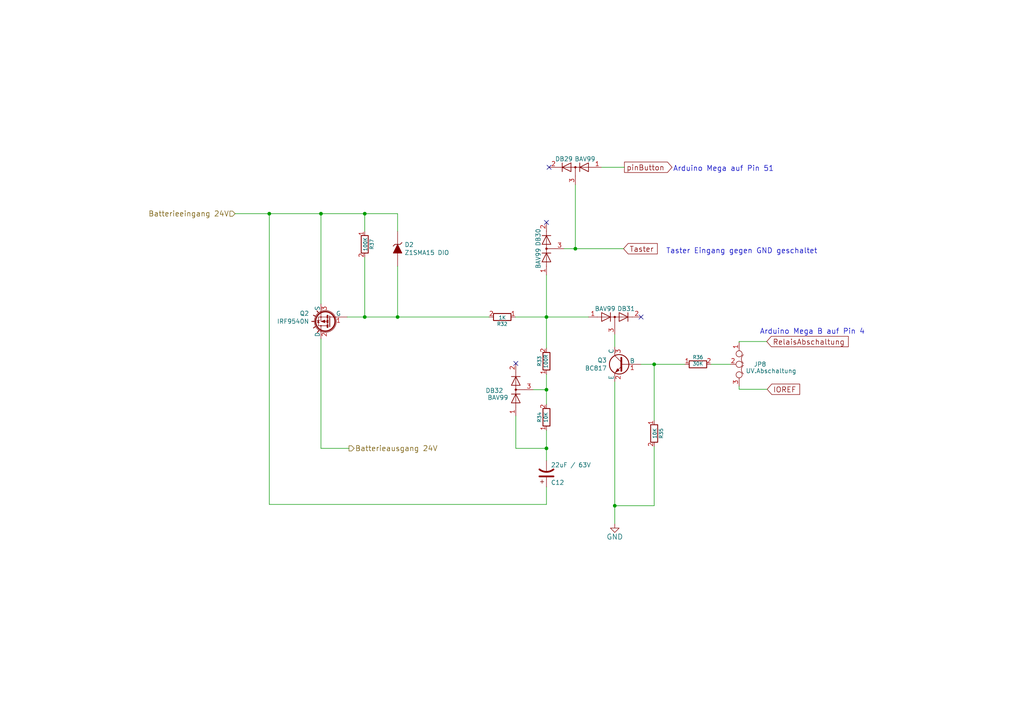
<source format=kicad_sch>
(kicad_sch (version 20220126) (generator eeschema)
  (paper "A4")
  (title_block (title "Ardumower shield SVN Version") (date "2021-01-18") (rev "1.4") (company "ML AG JL BS UZ") (comment 1 "Schaltplan und Layout UweZ"))
  (lib_symbols
    (symbol "Diode:BAV99" (pin_names hide)
      (property "Reference" "D" (at 0 5.08 0))
      (property "Value" "BAV99" (at 0 2.54 0))
      (symbol "BAV99_0_1"
        (polyline (pts (xy -5.08 0) (xy 5.08 0)))
      )
      (symbol "BAV99_1_1"
        (polyline (pts (xy 0 0) (xy 0 -2.54)))
        (polyline (pts (xy -1.27 -1.27) (xy -1.27 1.27) (xy -1.27 1.27)) (stroke (width 0.2032)))
        (polyline (pts (xy 3.81 1.27) (xy 3.81 -1.27) (xy 3.81 -1.27)) (stroke (width 0.2032)))
        (polyline (pts (xy -3.81 1.27) (xy -1.27 0) (xy -3.81 -1.27) (xy -3.81 1.27) (xy -3.81 1.27) (xy -3.81 1.27)) (stroke (width 0.2032)))
        (polyline (pts (xy 1.27 1.27) (xy 3.81 0) (xy 1.27 -1.27) (xy 1.27 1.27) (xy 1.27 1.27) (xy 1.27 1.27)) (stroke (width 0.2032)))
        (circle (center 0 0) (radius 0.254) (fill (type outline)))
        (pin passive line (at -7.62 0 0) (length 2.54) (name "K") (number "1"))
        (pin passive line (at 7.62 0 180) (length 2.54) (name "A") (number "2"))
        (pin passive line (at 0 -5.08 90) (length 2.54) (name "K") (number "3"))
      )
    )
    (symbol "ardumower-mega-shield-svn-rescue:BC817-40-RESCUE-ardumower_mega_shield_svn" (pin_names (offset 0))
      (property "Reference" "Q" (at 5.08 1.905 0))
      (property "Value" "BC817-40-RESCUE-ardumower_mega_shield_svn" (at 5.08 0 0))
      (symbol "BC817-40-RESCUE-ardumower_mega_shield_svn_0_1"
        (polyline (pts (xy 0 0) (xy 0.635 0)))
        (polyline (pts (xy 2.54 2.54) (xy 0.635 0.635)))
        (polyline (pts (xy 0.635 -0.635) (xy 2.54 -2.54) (xy 2.54 -2.54)))
        (polyline (pts (xy 0.635 1.905) (xy 0.635 -1.905) (xy 0.635 -1.905)) (stroke (width 0.508)))
        (polyline (pts (xy 1.27 -1.778) (xy 1.778 -1.27) (xy 2.286 -2.286) (xy 1.27 -1.778) (xy 1.27 -1.778)) (fill (type outline)))
        (circle (center 1.27 0) (radius 2.8194) (stroke (width 0.254)))
      )
      (symbol "BC817-40-RESCUE-ardumower_mega_shield_svn_1_1"
        (pin input line (at -5.08 0 0) (length 5.08) (name "B") (number "1"))
        (pin passive line (at 2.54 -5.08 90) (length 2.54) (name "E") (number "2"))
        (pin passive line (at 2.54 5.08 270) (length 2.54) (name "C") (number "3"))
      )
    )
    (symbol "ardumower-mega-shield-svn-rescue:CP1-RESCUE-ardumower_mega_shield_svn" (pin_numbers hide) (pin_names (offset 0.254) hide)
      (property "Reference" "C" (at 0.635 2.54 0))
      (property "Value" "CP1-RESCUE-ardumower_mega_shield_svn" (at 0.635 -2.54 0))
      (symbol "CP1-RESCUE-ardumower_mega_shield_svn_0_1"
        (polyline (pts (xy -2.032 0.762) (xy 2.032 0.762)) (stroke (width 0.508)))
        (polyline (pts (xy -1.778 2.286) (xy -0.762 2.286)))
        (polyline (pts (xy -1.27 1.778) (xy -1.27 2.794)))
        (arc (start 2.032 -1.27) (mid 0 -0.5572) (end -2.032 -1.27) (stroke (width 0.508)))
      )
      (symbol "CP1-RESCUE-ardumower_mega_shield_svn_1_1"
        (pin passive line (at 0 3.81 270) (length 2.794) (name "~") (number "1"))
        (pin passive line (at 0 -3.81 90) (length 3.302) (name "~") (number "2"))
      )
    )
    (symbol "ardumower-mega-shield-svn-rescue:GND-RESCUE-ardumower_mega_shield_svn" (power) (pin_names (offset 0))
      (property "Value" "GND-RESCUE-ardumower_mega_shield_svn" (at 0 -3.81 0))
      (symbol "GND-RESCUE-ardumower_mega_shield_svn_0_1"
        (polyline (pts (xy 0 0) (xy 0 -1.27) (xy 1.27 -1.27) (xy 0 -2.54) (xy -1.27 -1.27) (xy 0 -1.27)))
      )
      (symbol "GND-RESCUE-ardumower_mega_shield_svn_1_1"
        (pin power_in line (at 0 0 270) (length 0) hide (name "GND") (number "1"))
      )
    )
    (symbol "ardumower-mega-shield-svn-rescue:IRF9540N-RESCUE-ardumower_mega_shield_svn" (pin_names (offset 0))
      (property "Reference" "Q" (at 6.35 1.905 0))
      (property "Value" "IRF9540N-RESCUE-ardumower_mega_shield_svn" (at 6.35 0 0))
      (symbol "IRF9540N-RESCUE-ardumower_mega_shield_svn_0_1"
        (polyline (pts (xy 0.635 -1.016) (xy 0.635 -1.651)) (stroke (width 0.508)))
        (polyline (pts (xy 0.635 0.381) (xy 0.635 -0.381)) (stroke (width 0.508)))
        (polyline (pts (xy 0.635 1.651) (xy 0.635 1.016)) (stroke (width 0.508)))
        (polyline (pts (xy 3.048 -0.254) (xy 2.921 -0.381)))
        (polyline (pts (xy 3.175 2.667) (xy 3.556 3.175)) (stroke (width 0.254)))
        (polyline (pts (xy 3.302 -2.54) (xy 3.683 -3.048)) (stroke (width 0.254)))
        (polyline (pts (xy 3.556 -0.254) (xy 3.048 -0.254)))
        (polyline (pts (xy 3.556 -0.254) (xy 3.683 -0.127)))
        (polyline (pts (xy 4.191 -1.524) (xy 4.699 -1.778)) (stroke (width 0.254)))
        (polyline (pts (xy 4.191 1.524) (xy 4.699 1.905)) (stroke (width 0.254)))
        (polyline (pts (xy 4.445 0) (xy 5.207 0)) (stroke (width 0.254)))
        (polyline (pts (xy 0 1.524) (xy 0 -1.524) (xy 0 -1.524)) (stroke (width 0.254)))
        (polyline (pts (xy 0.762 -1.27) (xy 2.54 -1.27) (xy 2.54 -2.54) (xy 2.54 -2.54)))
        (polyline (pts (xy 0.762 0) (xy 2.54 0) (xy 2.54 -1.27) (xy 2.54 -1.27)))
        (polyline (pts (xy 0.762 1.27) (xy 2.54 1.27) (xy 2.54 2.54) (xy 2.54 2.54)))
        (polyline (pts (xy 1.397 0.381) (xy 1.397 -0.381) (xy 2.413 0) (xy 1.397 0.381)) (fill (type outline)))
        (polyline (pts (xy 2.54 1.27) (xy 3.302 1.27) (xy 3.302 -1.27) (xy 2.54 -1.27)))
        (polyline (pts (xy 3.302 -0.254) (xy 3.556 0.381) (xy 3.048 0.381) (xy 3.302 -0.254)) (fill (type outline)))
        (circle (center 1.27 0) (radius 2.8194) (stroke (width 0.3556)))
        (circle (center 1.27 0) (radius 3.175))
        (circle (center 2.54 -1.27) (radius 0.127))
        (circle (center 2.54 1.27) (radius 0.127))
      )
      (symbol "IRF9540N-RESCUE-ardumower_mega_shield_svn_1_1"
        (pin input line (at -5.08 -1.27 0) (length 5.08) (name "G") (number "1"))
        (pin passive line (at 2.54 5.08 270) (length 2.54) (name "D") (number "2"))
        (pin passive line (at 2.54 -5.08 90) (length 2.54) (name "S") (number "3"))
      )
    )
    (symbol "ardumower-mega-shield-svn-rescue:Jumper_NC_Dual-RESCUE-ardumower_mega_shield_svn" (pin_names (offset 0.762) hide)
      (property "Reference" "JP" (at 1.27 -2.54 0))
      (property "Value" "Jumper_NC_Dual-RESCUE-ardumower_mega_shield_svn" (at 0 2.54 0))
      (symbol "Jumper_NC_Dual-RESCUE-ardumower_mega_shield_svn_0_1"
        (circle (center -3.048 0) (radius 0.889))
        (arc (start -2.794 1.27) (mid -1.524 -1.3724) (end -0.254 1.27))
        (circle (center 0 0) (radius 0.9144))
        (arc (start 0.254 1.27) (mid 1.524 -1.3724) (end 2.794 1.27))
        (circle (center 3.048 0) (radius 0.889))
        (pin passive line (at -6.35 0 0) (length 2.413) (name "1") (number "1"))
        (pin passive line (at 0 -2.54 90) (length 1.524) (name "2") (number "2"))
        (pin passive line (at 6.35 0 180) (length 2.413) (name "3") (number "3"))
      )
    )
    (symbol "ardumower-mega-shield-svn-rescue:R-RESCUE-ardumower_mega_shield_svn" (pin_names (offset 0))
      (property "Reference" "R" (at 2.032 0 90))
      (property "Value" "R-RESCUE-ardumower_mega_shield_svn" (at 0 0 90))
      (symbol "R-RESCUE-ardumower_mega_shield_svn_0_1"
        (rectangle (start -1.016 -2.54) (end 1.016 2.54) (stroke (width 0.254)))
      )
      (symbol "R-RESCUE-ardumower_mega_shield_svn_1_1"
        (pin passive line (at 0 3.81 270) (length 1.27) (name "~") (number "1"))
        (pin passive line (at 0 -3.81 90) (length 1.27) (name "~") (number "2"))
      )
    )
    (symbol "ardumower-mega-shield-svn-rescue:ZENER-RESCUE-ardumower_mega_shield_svn" (pin_numbers hide) (pin_names hide)
      (property "Reference" "D" (at 0 2.54 0))
      (property "Value" "ZENER-RESCUE-ardumower_mega_shield_svn" (at 0 -2.54 0))
      (symbol "ZENER-RESCUE-ardumower_mega_shield_svn_0_1"
        (polyline (pts (xy -1.778 1.27) (xy -1.27 0.762) (xy -1.27 -0.762) (xy -0.762 -1.27) (xy -0.762 -1.27)) (stroke (width 0.2032)))
        (polyline (pts (xy -1.27 0) (xy 1.27 1.27) (xy 1.27 -1.27) (xy -1.27 0) (xy -1.27 0)) (fill (type outline)))
      )
      (symbol "ZENER-RESCUE-ardumower_mega_shield_svn_1_1"
        (pin passive line (at -5.08 0 0) (length 3.81) (name "K") (number "1"))
        (pin passive line (at 5.08 0 180) (length 3.81) (name "A") (number "2"))
      )
    )
  )
  (junction (at 158.496 113.03) (diameter 0.9144))
  (junction (at 178.308 146.685) (diameter 0.9144))
  (junction (at 166.878 72.136) (diameter 0.9144))
  (junction (at 115.316 91.948) (diameter 0.9144))
  (junction (at 158.496 130.048) (diameter 0.9144))
  (junction (at 105.791 91.948) (diameter 0.9144))
  (junction (at 105.791 61.976) (diameter 0.9144))
  (junction (at 93.091 61.976) (diameter 0.9144))
  (junction (at 158.496 91.948) (diameter 0.9144))
  (junction (at 189.738 105.664) (diameter 0.9144))
  (junction (at 78.105 61.976) (diameter 0.9144))
  (no_connect (at 158.496 64.516))
  (no_connect (at 159.258 48.514))
  (no_connect (at 149.606 105.41))
  (no_connect (at 185.928 91.948))
  (wire (pts (xy 158.496 91.948) (xy 158.496 100.965)))
  (wire (pts (xy 78.105 146.304) (xy 78.105 61.976)))
  (wire (pts (xy 214.376 112.903) (xy 214.376 112.014)))
  (wire (pts (xy 149.606 130.048) (xy 158.496 130.048)))
  (wire (pts (xy 93.091 130.048) (xy 101.219 130.048)))
  (wire (pts (xy 158.496 113.03) (xy 158.496 117.221)))
  (wire (pts (xy 189.738 129.54) (xy 189.738 146.685)))
  (wire (pts (xy 93.091 61.976) (xy 105.791 61.976)))
  (wire (pts (xy 105.791 74.676) (xy 105.791 91.948)))
  (wire (pts (xy 214.376 99.06) (xy 214.376 99.314)))
  (wire (pts (xy 206.248 105.664) (xy 211.836 105.664)))
  (wire (pts (xy 105.791 61.976) (xy 115.316 61.976)))
  (wire (pts (xy 158.496 124.841) (xy 158.496 130.048)))
  (wire (pts (xy 154.686 113.03) (xy 158.496 113.03)))
  (wire (pts (xy 158.496 79.756) (xy 158.496 91.948)))
  (wire (pts (xy 158.496 108.585) (xy 158.496 113.03)))
  (wire (pts (xy 149.606 120.65) (xy 149.606 130.048)))
  (wire (pts (xy 178.308 110.744) (xy 178.308 146.685)))
  (wire (pts (xy 174.498 48.514) (xy 181.102 48.514)))
  (wire (pts (xy 105.791 91.948) (xy 115.316 91.948)))
  (wire (pts (xy 68.199 61.976) (xy 78.105 61.976)))
  (wire (pts (xy 115.316 61.976) (xy 115.316 67.056)))
  (wire (pts (xy 178.308 146.685) (xy 178.308 151.892)))
  (wire (pts (xy 163.576 72.136) (xy 166.878 72.136)))
  (wire (pts (xy 115.316 91.948) (xy 141.859 91.948)))
  (wire (pts (xy 158.496 146.304) (xy 158.496 141.224)))
  (wire (pts (xy 158.496 91.948) (xy 170.688 91.948)))
  (wire (pts (xy 93.091 61.976) (xy 93.091 88.138)))
  (wire (pts (xy 185.928 105.664) (xy 189.738 105.664)))
  (wire (pts (xy 178.308 146.685) (xy 189.738 146.685)))
  (wire (pts (xy 166.878 53.594) (xy 166.878 72.136)))
  (wire (pts (xy 115.316 77.216) (xy 115.316 91.948)))
  (wire (pts (xy 78.105 146.304) (xy 158.496 146.304)))
  (wire (pts (xy 189.738 105.664) (xy 198.628 105.664)))
  (wire (pts (xy 222.504 112.903) (xy 214.376 112.903)))
  (wire (pts (xy 149.479 91.948) (xy 158.496 91.948)))
  (wire (pts (xy 158.496 130.048) (xy 158.496 133.604)))
  (wire (pts (xy 105.791 61.976) (xy 105.791 67.056)))
  (wire (pts (xy 93.091 98.298) (xy 93.091 130.048)))
  (wire (pts (xy 100.711 91.948) (xy 105.791 91.948)))
  (wire (pts (xy 178.308 97.028) (xy 178.308 100.584)))
  (wire (pts (xy 78.105 61.976) (xy 93.091 61.976)))
  (wire (pts (xy 222.377 99.06) (xy 214.376 99.06)))
  (wire (pts (xy 189.738 105.664) (xy 189.738 121.92)))
  (wire (pts (xy 166.878 72.136) (xy 180.848 72.136)))
  (image (at 451.231 104.521) (scale 3))
  (text "Arduino Mega B auf Pin 4" (at 220.345 97.155 0) (effects (font (size 1.524 1.524)) (justify left bottom)))
  (text "Arduino Mega auf Pin 51" (at 195.199 49.911 0) (effects (font (size 1.524 1.524)) (justify left bottom)))
  (text "1x IRF9540N  P-MOSFET   T1   (or IRF5210)\n1x BC337 NPN   T2\n1x Zener Diode 15V ZD15  Z1\n2x Diode 1N4148 D2, D3\n2x Diode 1N5819 50V D1, D4\n1x 22 uF C1\n1x 1k R4\n2x 10k (R3, R8)\n1x 30k R6\n2x 100k  (R2, R7)" (at 322.58 21.463 0) (effects (font (size 1.524 1.524)) (justify left bottom)))
  (text "vielleicht schreibst du noch bei was die teilschaltungen machen sollen\n[00:05:52] Alexander Grau: zener diode z.b. soll Ugs auf -15 volt begrenzen\n[00:06:31] Alexander Grau: C9 und D13 sollen über R31, R30 eine verzögerungsschaltung bilden\n[00:06:39] Alexander Grau: (für eine richtung)\n[00:07:27] Alexander Grau: beim pmos evtl. noch beschreiben wann er schaltet und wann nicht:\n[00:07:37] Alexander Grau: Ugs=-15v (pmos schaltet)\n[00:07:43] Alexander Grau: Ugs=0v (pmos schaltet nicht)\n[00:08:14] Alexander Grau: dann versteht man die schaltung besser :)\n[00:08:22] Kurzschuss - Uwe -: die Zeit reicht auf alle fälle oder sollte da evl noch ein Poti vorgesehen werden\n[00:08:37] Alexander Grau: 3 sek reichen dicke - eigentlich reicht schon 1 sek" (at 366.776 230.124 0) (effects (font (size 1.524 1.524)) (justify left bottom)))
  (text "beim flashen über usb wird der akku getrennt (alle pins gehen auf hochomig) - das sollte aber kein problem sein (usb versorgung des arduinos) - beim programmstart wird der akku dann wieder zugeschaltet" (at 348.869 186.182 0) (effects (font (size 1.524 1.524)) (justify left bottom)))
  (text "Taster Eingang gegen GND geschaltet" (at 193.167 73.787 0) (effects (font (size 1.524 1.524)) (justify left bottom)))
  (global_label "Taster" (shape input) (at 180.848 72.136 0) (effects (font (size 1.524 1.524))) (property "Intersheet References" "${INTERSHEET_REFS}" (effects hide)))
  (global_label "pinButton" (shape output) (at 181.102 48.514 0) (effects (font (size 1.524 1.524))) (property "Intersheet References" "${INTERSHEET_REFS}" (effects hide)))
  (global_label "IOREF" (shape input) (at 222.504 112.903 0) (effects (font (size 1.524 1.524))) (property "Intersheet References" "${INTERSHEET_REFS}" (effects hide)))
  (global_label "RelaisAbschaltung" (shape input) (at 222.377 99.06 0) (effects (font (size 1.524 1.524))) (property "Intersheet References" "${INTERSHEET_REFS}" (effects hide)))
  (hierarchical_label "Batterieausgang 24V" (shape output) (at 101.219 130.048 0) (effects (font (size 1.524 1.524))))
  (hierarchical_label "Batterieeingang 24V" (shape input) (at 68.199 61.976 180) (effects (font (size 1.524 1.524))))
  (symbol (lib_id "ardumower-mega-shield-svn-rescue:R-RESCUE-ardumower_mega_shield_svn") (at 105.791 70.866 0) (unit 1)
    (property "Reference" "R37" (at 107.823 70.866 90) (effects (font (size 1.016 1.016))))
    (property "Value" "100K" (at 105.9688 70.8406 90) (effects (font (size 1.016 1.016))))
    (property "Footprint" "Zimprich:R_1206" (effects hide))
    (property "Gehäuseart" "1206" (effects hide))
    (property "Bestelllink" "https://www.reichelt.de/de/en/smd-resistor-1206-100-kohm-125-mw-1--rnd-1206-1-100k-p183410.html?GROUPID=7974&SEARCH=rnd%2B1206%2B1%2B100k&&r=1" (effects hide))
    (property "Technische Daten" "SMD Resistor 1206, 100 kOhm, 125 mW, 1%" (effects hide))
    (property "Bestellnummer" "R: RND 1206 1 100K" (effects hide))
    (property "Funktion" "SMD Resistor 1206, 100 kOhm, 125 mW, 1%" (effects hide))
    (property "Hersteller" "Value" (effects hide))
    (property "Hersteller Bestellnummer" "Value" (effects hide))
    (property "JLCPCB LCSC Part" "C17900" (effects hide))
  )
  (symbol (lib_id "ardumower-mega-shield-svn-rescue:R-RESCUE-ardumower_mega_shield_svn") (at 145.669 91.948 270) (unit 1)
    (property "Reference" "R32" (at 145.669 93.98 90) (effects (font (size 1.016 1.016))))
    (property "Value" "1K" (at 145.6944 92.1258 90) (effects (font (size 1.016 1.016))))
    (property "Footprint" "Zimprich:R_1206" (effects hide))
    (property "Gehäuseart" "1206" (effects hide))
    (property "Bestelllink" "https://www.reichelt.de/de/en/smd-resistor-1206-1-0-kohm-125-mw-1--rnd-1206-1-1-0k-p183379.html?GROUPID=7974&SEARCH=rnd%2B1206%2B1%2B1%252C0k&&r=1" (effects hide))
    (property "Technische Daten" "SMD Resistor 1206, 1.0 kOhm, 125 mW, 1%" (effects hide))
    (property "Bestellnummer" "R: RND 1206 1 1,0K" (effects hide))
    (property "Funktion" "SMD Resistor 1206, 1.0 kOhm, 125 mW, 1%" (effects hide))
    (property "Hersteller" "Value" (effects hide))
    (property "Hersteller Bestellnummer" "Value" (effects hide))
    (property "JLCPCB LCSC Part" "C4410" (effects hide))
  )
  (symbol (lib_id "ardumower-mega-shield-svn-rescue:R-RESCUE-ardumower_mega_shield_svn") (at 158.496 104.775 180) (unit 1)
    (property "Reference" "R33" (at 156.464 104.775 90) (effects (font (size 1.016 1.016))))
    (property "Value" "100R" (at 158.3182 104.8004 90) (effects (font (size 1.016 1.016))))
    (property "Footprint" "Zimprich:R_1206" (effects hide))
    (property "Gehäuseart" "1206" (effects hide))
    (property "Bestelllink" "https://www.reichelt.de/de/en/smd-resistor-1206-100-ohm-125-mw-1--rnd-1206-1-100-p183349.html?GROUPID=7973&SEARCH=rnd%2B1206%2B1%2B100%252C0&&r=1" (effects hide))
    (property "Technische Daten" "SMD Resistor 1206, 100 Ohm, 125 mW, 1%" (effects hide))
    (property "Bestellnummer" "R: RND 1206 1 100" (effects hide))
    (property "Funktion" "SMD Resistor 1206, 100 Ohm, 125 mW, 1%" (effects hide))
    (property "Hersteller" "Value" (effects hide))
    (property "Hersteller Bestellnummer" "Value" (effects hide))
    (property "JLCPCB LCSC Part" "C17901" (effects hide))
  )
  (symbol (lib_id "ardumower-mega-shield-svn-rescue:R-RESCUE-ardumower_mega_shield_svn") (at 189.738 125.73 0) (unit 1)
    (property "Reference" "R35" (at 191.77 125.73 90) (effects (font (size 1.016 1.016))))
    (property "Value" "10K" (at 189.9158 125.7046 90) (effects (font (size 1.016 1.016))))
    (property "Footprint" "Zimprich:R_1206" (effects hide))
    (property "Gehäuseart" "1206" (effects hide))
    (property "Bestelllink" "https://www.reichelt.de/de/en/smd-resistor-1206-10-kohm-125-mw-1--rnd-1206-1-10k-p183394.html?GROUPID=7974&SEARCH=rnd%2B1206%2B1%2B10&&r=1" (effects hide))
    (property "Technische Daten" "SMD Resistor 1206, 10 kOhm, 125 mW, 1%" (effects hide))
    (property "Bestellnummer" "R: RND 1206 1 10K" (effects hide))
    (property "Funktion" "SMD Resistor 1206, 10 kOhm, 125 mW, 1%" (effects hide))
    (property "Hersteller" "Value" (effects hide))
    (property "Hersteller Bestellnummer" "Value" (effects hide))
    (property "JLCPCB LCSC Part" "C17902" (effects hide))
  )
  (symbol (lib_id "ardumower-mega-shield-svn-rescue:R-RESCUE-ardumower_mega_shield_svn") (at 158.496 121.031 180) (unit 1)
    (property "Reference" "R34" (at 156.464 121.031 90) (effects (font (size 1.016 1.016))))
    (property "Value" "10K" (at 158.3182 121.0564 90) (effects (font (size 1.016 1.016))))
    (property "Footprint" "Zimprich:R_1206" (effects hide))
    (property "Gehäuseart" "1206" (effects hide))
    (property "Bestelllink" "https://www.reichelt.de/de/en/smd-resistor-1206-10-kohm-125-mw-1--rnd-1206-1-10k-p183394.html?GROUPID=7974&SEARCH=rnd%2B1206%2B1%2B10&&r=1" (effects hide))
    (property "Technische Daten" "SMD Resistor 1206, 10 kOhm, 125 mW, 1%" (effects hide))
    (property "Bestellnummer" "R: RND 1206 1 10K" (effects hide))
    (property "Funktion" "SMD Resistor 1206, 10 kOhm, 125 mW, 1%" (effects hide))
    (property "Hersteller" "Value" (effects hide))
    (property "Hersteller Bestellnummer" "Value" (effects hide))
    (property "JLCPCB LCSC Part" "C17902" (effects hide))
  )
  (symbol (lib_id "ardumower-mega-shield-svn-rescue:CP1-RESCUE-ardumower_mega_shield_svn") (at 158.496 137.414 0) (mirror x) (unit 1)
    (property "Reference" "C12" (at 159.766 139.954 0) (effects (justify left)))
    (property "Value" "22uF / 63V" (at 159.766 134.874 0) (effects (justify left)))
    (property "Footprint" "Zimprich:Elko_vert_11.2x6.3mm_RM2.5_RM5.0" (effects hide))
    (property "Gehäuseart" "6,3x11mm, RM 2,5mm" (effects hide))
    (property "Bestelllink" "https://www.reichelt.de/de/en/electrolytic-capacitor-6-3-x-11-mm-spacing-2-5-mm-rad-22-63-p15116.html?&trstct=pos_0&nbc=1" (effects hide))
    (property "Technische Daten" "Elko, radial, 22 µF, 63 V, RM 2,5, 85°C, 2000h, 20%" (effects hide))
    (property "Bestellnummer" "R: RAD 22/63" (effects hide))
    (property "Reichelt-Bestellnummer" "R: RAD 22/63" (effects hide))
  )
  (symbol (lib_id "ardumower-mega-shield-svn-rescue:GND-RESCUE-ardumower_mega_shield_svn") (at 178.308 151.892 0) (unit 1)
    (property "Reference" "#PWR0216" (effects hide))
    (property "Value" "GND" (at 178.308 155.702 0) (effects (font (size 1.524 1.524))))
  )
  (symbol (lib_id "ardumower-mega-shield-svn-rescue:R-RESCUE-ardumower_mega_shield_svn") (at 202.438 105.664 90) (unit 1)
    (property "Reference" "R36" (at 202.438 103.632 90) (effects (font (size 1.016 1.016))))
    (property "Value" "30K" (at 202.4126 105.4862 90) (effects (font (size 1.016 1.016))))
    (property "Footprint" "Resistor_SMD:R_0805_2012Metric" (effects hide))
    (property "Gehäuseart" "0805" (effects hide))
    (property "Bestelllink" "https://www.reichelt.de/de/en/smd-resistor-0805-30-kohm-100-mw-1--rnd-0805-1-30k-p183262.html?search=rnd+0805+30&&r=1" (effects hide))
    (property "Technische Daten" "SMD Resistor 0805, 30 kOhm, 100 mW, 1%" (effects hide))
    (property "Bestellnummer" "R: RND 0805 1 30K" (effects hide))
    (property "Bauform" "0805" (effects hide))
    (property "Funktion" "SMD Resistor 0805, 30 kOhm, 100 mW, 1%" (effects hide))
    (property "Hersteller" "Value" (effects hide))
    (property "Hersteller Bestellnummer" "Value" (effects hide))
    (property "JLCPCB LCSC Part" "C17621" (effects hide))
  )
  (symbol (lib_id "ardumower-mega-shield-svn-rescue:ZENER-RESCUE-ardumower_mega_shield_svn") (at 115.316 72.136 270) (unit 1)
    (property "Reference" "D2" (at 117.3226 70.9676 90) (effects (justify left)))
    (property "Value" "Z1SMA15 DIO" (at 117.3226 73.279 90) (effects (justify left)))
    (property "Footprint" "Diode_SMD:D_SMA" (effects hide))
    (property "Datasheet" "https://cdn-reichelt.de/documents/datenblatt/A400/PHZ1SM1_DATA_E.pdf" (effects hide))
    (property "Gehäuseart" "DO-214AC/SMA" (effects hide))
    (property "Bestelllink" "https://www.reichelt.de/zenerdiode-15-v-1-w-do-214ac-sma-z1sma15-dio-p219551.html?CCOUNTRY=445&LANGUAGE=de&trstct=pos_2&nbc=1&&r=1" (effects hide))
    (property "Technische Daten" "Zener-Diode 0,5W 15V" (effects hide))
    (property "Bestellnummer" "R:  Z1SMA15 DIO" (effects hide))
    (property "JLCPCB LCSC Part" "C32357" (effects hide))
  )
  (symbol (lib_id "ardumower-mega-shield-svn-rescue:BC817-40-RESCUE-ardumower_mega_shield_svn") (at 180.848 105.664 0) (mirror y) (unit 1)
    (property "Reference" "Q3" (at 176.022 104.4956 0) (effects (justify left)))
    (property "Value" "BC817" (at 176.022 106.807 0) (effects (justify left)))
    (property "Footprint" "TO_SOT_Packages_SMD:SOT-23" (effects hide))
    (property "Gehäuseart" "SOT-23" (effects hide))
    (property "Bestelllink" "https://www.reichelt.de/SB-SKE-4F-Dioden/S-1G-SMD/3/index.html?ACTION=3&LA=446&ARTICLE=95354&GROUPID=2991&artnr=S+1G+SMD&SEARCH=S%2B1G%2BSMD" (effects hide))
    (property "Technische Daten" "Transistor SMD NPN SOT-23 45 V 0.5 A 0.25 W" (effects hide))
    (property "Bestellnummer" "R: BC 817-40 SMD" (effects hide))
    (property "JLCPCB LCSC Part" "C118725" (effects hide))
  )
  (symbol (lib_id "ardumower-mega-shield-svn-rescue:IRF9540N-RESCUE-ardumower_mega_shield_svn") (at 95.631 93.218 180) (unit 1)
    (property "Reference" "Q2" (at 89.662 90.9066 0) (effects (justify left)))
    (property "Value" "IRF9540N" (at 89.662 93.218 0) (effects (justify left)))
    (property "Footprint" "Power_Integrations:TO-220" (effects hide))
    (property "Gehäuseart" "TO-220AB " (effects hide))
    (property "Bestelllink" "https://www.reichelt.de/mosfet-p-ch-100v-23a-140w-to-220ab-irf-9540n-p41638.html?&trstct=pos_0&nbc=1" (effects hide))
    (property "Technische Daten" "MOSFET, P-CH, 100V, 23A, 140W, TO-220AB" (effects hide))
    (property "Bestellnummer" "R: IRF 9540N" (effects hide))
    (property "Bestücken (Assemble)" "NEIN (NO)" (effects hide))
  )
  (symbol (lib_id "ardumower-mega-shield-svn-rescue:Jumper_NC_Dual-RESCUE-ardumower_mega_shield_svn") (at 214.376 105.664 270) (unit 1)
    (property "Reference" "JP8" (at 220.4466 105.664 90))
    (property "Value" "UV.Abschaltung" (at 223.647 107.569 90))
    (property "Footprint" "Pin_Headers:Pin_Header_Straight_1x03_Pitch2.54mm" (effects hide))
    (property "Bestücken (Assemble)" "NEIN (NO)" (effects hide))
  )
  (symbol (lib_id "Diode:BAV99") (at 178.308 91.948 0) (unit 1)
    (property "Reference" "DB31" (at 181.61 89.541 0))
    (property "Value" "BAV99" (at 175.514 89.5539 0))
    (property "Footprint" "Package_TO_SOT_SMD:SOT-23" (effects hide))
    (property "Datasheet" "https://datasheet.lcsc.com/szlcsc/Nexperia-BAV99-215_C2500.pdf" (effects hide))
    (property "Technische Daten" "SWITCHING DIODE 100V 125MA 1.25V @ 150MA" (effects hide))
    (property "JLCPCB LCSC Part" "C2500" (effects hide))
    (property "Bestücken (Assemble)" "JA (YES)" (effects hide))
  )
  (symbol (lib_id "Diode:BAV99") (at 149.606 113.03 90) (unit 1)
    (property "Reference" "DB32" (at 143.389 113.284 90))
    (property "Value" "BAV99" (at 144.4179 115.316 90))
    (property "Footprint" "Package_TO_SOT_SMD:SOT-23" (effects hide))
    (property "Datasheet" "https://datasheet.lcsc.com/szlcsc/Nexperia-BAV99-215_C2500.pdf" (effects hide))
    (property "Technische Daten" "SWITCHING DIODE 100V 125MA 1.25V @ 150MA" (effects hide))
    (property "JLCPCB LCSC Part" "C2500" (effects hide))
    (property "Bestücken (Assemble)" "JA (YES)" (effects hide))
  )
  (symbol (lib_id "Diode:BAV99") (at 166.878 48.514 0) (mirror y) (unit 1)
    (property "Reference" "DB29" (at 163.576 46.107 0))
    (property "Value" "BAV99" (at 169.672 46.1199 0))
    (property "Footprint" "Package_TO_SOT_SMD:SOT-23" (effects hide))
    (property "Datasheet" "https://datasheet.lcsc.com/szlcsc/Nexperia-BAV99-215_C2500.pdf" (effects hide))
    (property "Technische Daten" "SWITCHING DIODE 100V 125MA 1.25V @ 150MA" (effects hide))
    (property "JLCPCB LCSC Part" "C2500" (effects hide))
    (property "Bestücken (Assemble)" "JA (YES)" (effects hide))
  )
  (symbol (lib_id "Diode:BAV99") (at 158.496 72.136 90) (unit 1)
    (property "Reference" "DB30" (at 156.089 68.834 0))
    (property "Value" "BAV99" (at 156.1019 74.93 0))
    (property "Footprint" "Package_TO_SOT_SMD:SOT-23" (effects hide))
    (property "Datasheet" "https://datasheet.lcsc.com/szlcsc/Nexperia-BAV99-215_C2500.pdf" (effects hide))
    (property "Technische Daten" "SWITCHING DIODE 100V 125MA 1.25V @ 150MA" (effects hide))
    (property "JLCPCB LCSC Part" "C2500" (effects hide))
    (property "Bestücken (Assemble)" "JA (YES)" (effects hide))
  )
)
</source>
